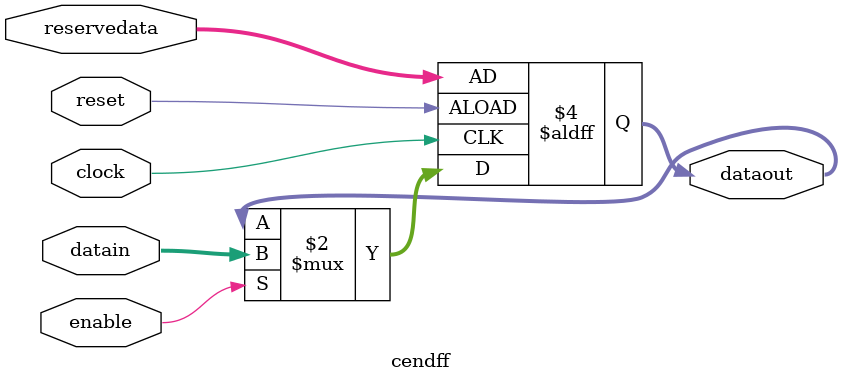
<source format=v>
module cendff
#(
parameter width=8
)
(
input clock,
input reset,
input enable,
input [width-1:0] reservedata,
input [width-1:0] datain,
output reg [width-1:0] dataout
);

always @(posedge clock or posedge reset)begin

	if(reset) begin
		dataout<=reservedata;
	end
	else if(enable)
		dataout<=datain;


end

endmodule

</source>
